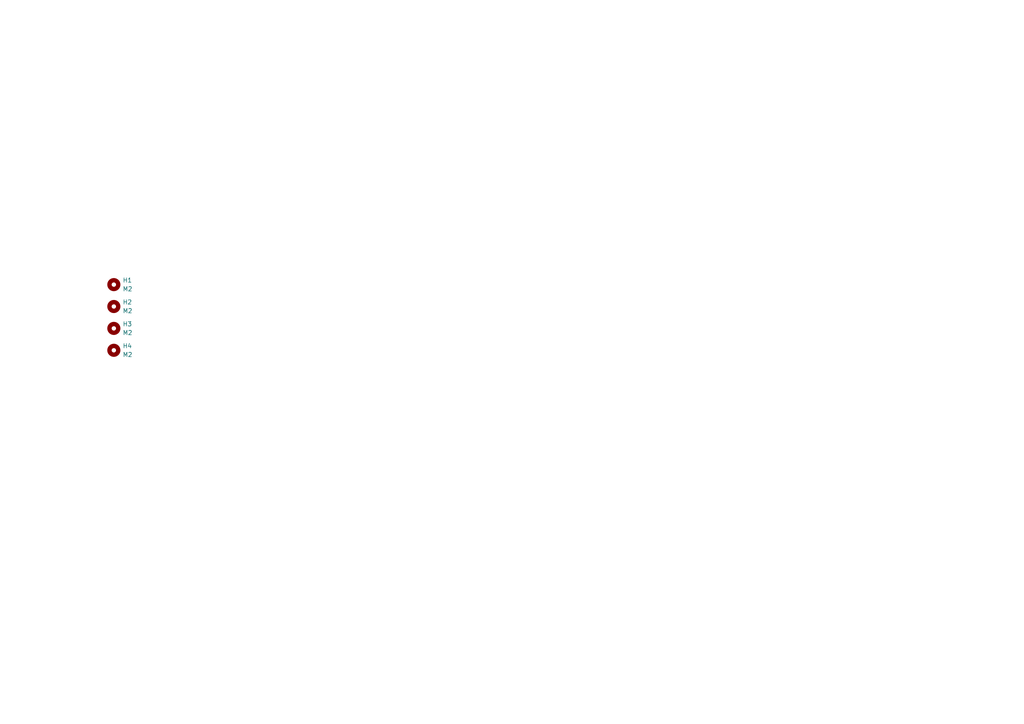
<source format=kicad_sch>
(kicad_sch (version 20230121) (generator eeschema)
  (paper "A4")
  (lib_symbols
    (symbol "Mechanical:MountingHole" (pin_names (offset 1.016))
      (property "Reference" "H" (at 0 5.08 0))
      (property "Value" "MountingHole" (at 0 3.175 0))
      (symbol "MountingHole_0_1"
        (circle (center 0 0) (radius 1.27) (stroke (width 1.27)))
      )
    )
  )
  (symbol (lib_id "Mechanical:MountingHole") (at 33.02 95.25 0) (unit 1)
    (property "Reference" "H3" (at 35.56 93.98 0) (effects (justify left)))
    (property "Value" "M2" (at 35.56 96.52 0) (effects (justify left)))
    (property "Footprint" "MountingHole:MountingHole_2.2mm_M2" (effects hide))
  )
  (symbol (lib_id "Mechanical:MountingHole") (at 33.02 101.6 0) (unit 1)
    (property "Reference" "H4" (at 35.56 100.33 0) (effects (justify left)))
    (property "Value" "M2" (at 35.56 102.87 0) (effects (justify left)))
    (property "Footprint" "MountingHole:MountingHole_2.2mm_M2" (effects hide))
  )
  (symbol (lib_id "Mechanical:MountingHole") (at 33.02 82.55 0) (unit 1)
    (property "Reference" "H1" (at 35.56 81.28 0) (effects (justify left)))
    (property "Value" "M2" (at 35.56 83.82 0) (effects (justify left)))
    (property "Footprint" "MountingHole:MountingHole_2.2mm_M2" (effects hide))
  )
  (symbol (lib_id "Mechanical:MountingHole") (at 33.02 88.9 0) (unit 1)
    (property "Reference" "H2" (at 35.56 87.63 0) (effects (justify left)))
    (property "Value" "M2" (at 35.56 90.17 0) (effects (justify left)))
    (property "Footprint" "MountingHole:MountingHole_2.2mm_M2" (effects hide))
  )
)
</source>
